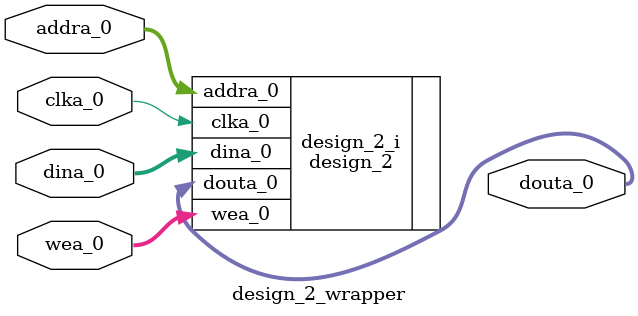
<source format=v>
`timescale 1 ps / 1 ps

module design_2_wrapper
   (addra_0,
    clka_0,
    dina_0,
    douta_0,
    wea_0);
  input [31:0]addra_0;
  input clka_0;
  input [31:0]dina_0;
  output [7:0]douta_0;
  input [3:0]wea_0;

  wire [31:0]addra_0;
  wire clka_0;
  wire [31:0]dina_0;
  wire [7:0]douta_0;
  wire [3:0]wea_0;

  design_2 design_2_i
       (.addra_0(addra_0),
        .clka_0(clka_0),
        .dina_0(dina_0),
        .douta_0(douta_0),
        .wea_0(wea_0));
endmodule

</source>
